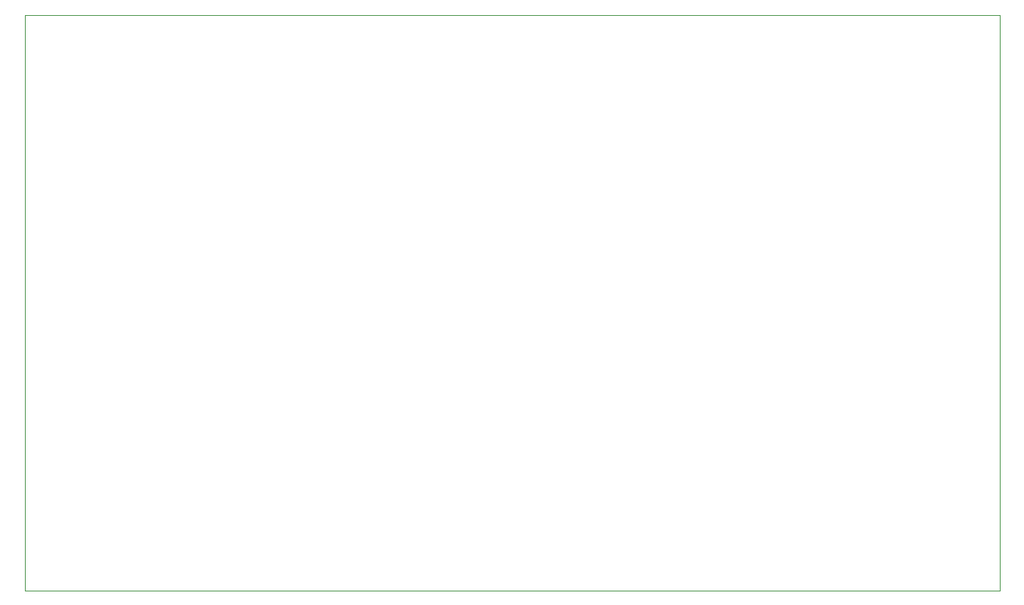
<source format=gbr>
%TF.GenerationSoftware,KiCad,Pcbnew,(6.0.10)*%
%TF.CreationDate,2024-07-31T13:49:43-04:00*%
%TF.ProjectId,min-evolver,6d696e2d-6576-46f6-9c76-65722e6b6963,rev?*%
%TF.SameCoordinates,Original*%
%TF.FileFunction,Profile,NP*%
%FSLAX46Y46*%
G04 Gerber Fmt 4.6, Leading zero omitted, Abs format (unit mm)*
G04 Created by KiCad (PCBNEW (6.0.10)) date 2024-07-31 13:49:43*
%MOMM*%
%LPD*%
G01*
G04 APERTURE LIST*
%TA.AperFunction,Profile*%
%ADD10C,0.050000*%
%TD*%
G04 APERTURE END LIST*
D10*
X209804000Y-112268000D02*
X100584000Y-112268000D01*
X100584000Y-112268000D02*
X100584000Y-47752000D01*
X100584000Y-47752000D02*
X209804000Y-47752000D01*
X209804000Y-47752000D02*
X209804000Y-112268000D01*
M02*

</source>
